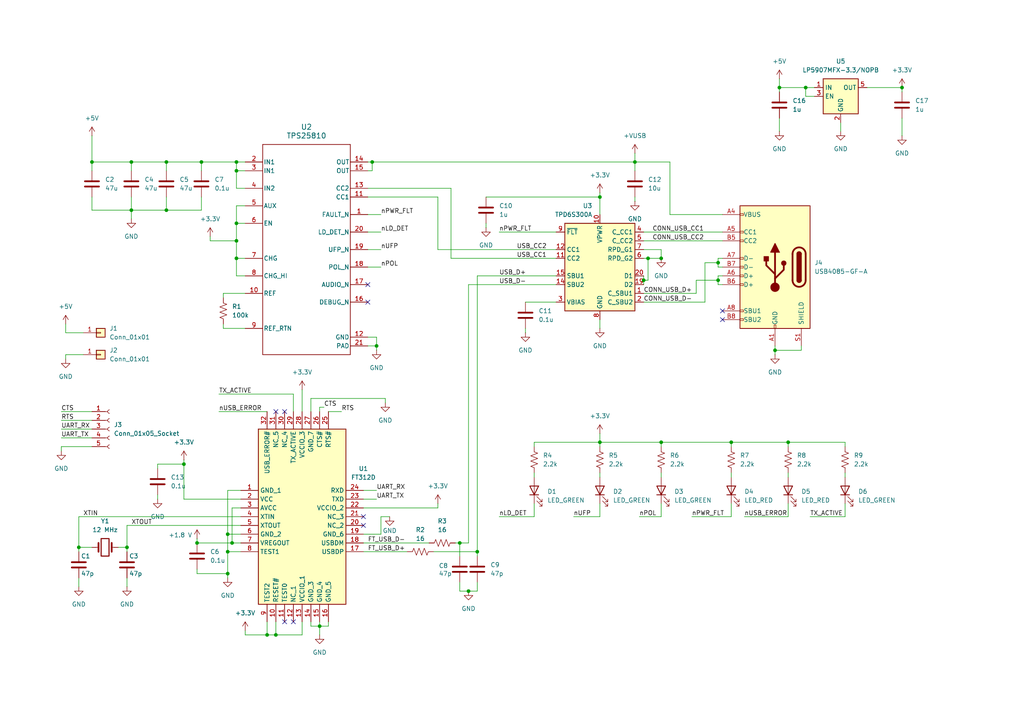
<source format=kicad_sch>
(kicad_sch (version 20231120) (generator "eeschema") (generator_version "8.0")
  (paper "A4")
  (title_block (title "USB-C UART Dock Prototype") (rev "A"))
  (junction (at 66.04 166.37))
  (junction (at 191.77 74.93))
  (junction (at 80.01 184.15))
  (junction (at 208.28 76.2))
  (junction (at 208.28 81.28))
  (junction (at 233.68 25.4))
  (junction (at 22.86 158.75))
  (junction (at 187.96 74.93))
  (junction (at 92.71 181.61))
  (junction (at 53.34 134.62))
  (junction (at 68.58 64.77))
  (junction (at 66.04 154.94))
  (junction (at 184.15 46.99))
  (junction (at 58.42 46.99))
  (junction (at 67.31 157.48))
  (junction (at 38.1 60.96))
  (junction (at 226.06 25.4))
  (junction (at 57.15 157.48))
  (junction (at 68.58 49.53))
  (junction (at 212.09 128.27))
  (junction (at 107.95 46.99))
  (junction (at 66.04 160.02))
  (junction (at 138.43 160.02))
  (junction (at 186.69 81.28))
  (junction (at 133.35 157.48))
  (junction (at 224.79 101.6))
  (junction (at 48.26 60.96))
  (junction (at 38.1 46.99))
  (junction (at 261.62 25.4))
  (junction (at 68.58 69.85))
  (junction (at 228.6 128.27))
  (junction (at 77.47 184.15))
  (junction (at 26.67 46.99))
  (junction (at 173.99 57.15))
  (junction (at 191.77 128.27))
  (junction (at 68.58 46.99))
  (junction (at 109.22 100.33))
  (junction (at 48.26 46.99))
  (junction (at 173.99 128.27))
  (junction (at 68.58 74.93))
  (junction (at 36.83 158.75))
  (junction (at 135.89 171.45))
  (no_connect (at 82.55 119.38))
  (no_connect (at 105.41 149.86))
  (no_connect (at 209.55 90.17))
  (no_connect (at 106.68 87.63))
  (no_connect (at 80.01 119.38))
  (no_connect (at 85.09 180.34))
  (no_connect (at 105.41 152.4))
  (no_connect (at 82.55 180.34))
  (no_connect (at 106.68 82.55))
  (no_connect (at 209.55 92.71))
  (wire (pts (xy 243.84 35.56) (xy 243.84 38.1)))
  (wire (pts (xy 135.89 157.48) (xy 135.89 82.55)))
  (wire (pts (xy 154.94 137.16) (xy 154.94 138.43)))
  (wire (pts (xy 209.55 82.55) (xy 208.28 82.55)))
  (wire (pts (xy 90.17 115.57) (xy 111.76 115.57)))
  (wire (pts (xy 67.31 147.32) (xy 67.31 157.48)))
  (wire (pts (xy 212.09 149.86) (xy 200.66 149.86)))
  (wire (pts (xy 233.68 27.94) (xy 233.68 25.4)))
  (wire (pts (xy 48.26 46.99) (xy 48.26 49.53)))
  (wire (pts (xy 208.28 80.01) (xy 209.55 80.01)))
  (wire (pts (xy 90.17 181.61) (xy 92.71 181.61)))
  (wire (pts (xy 127 72.39) (xy 161.29 72.39)))
  (wire (pts (xy 22.86 158.75) (xy 26.67 158.75)))
  (wire (pts (xy 66.04 166.37) (xy 66.04 167.64)))
  (wire (pts (xy 60.96 68.58) (xy 60.96 69.85)))
  (wire (pts (xy 38.1 60.96) (xy 26.67 60.96)))
  (wire (pts (xy 173.99 55.88) (xy 173.99 57.15)))
  (wire (pts (xy 53.34 144.78) (xy 69.85 144.78)))
  (wire (pts (xy 209.55 77.47) (xy 208.28 77.47)))
  (wire (pts (xy 228.6 128.27) (xy 245.11 128.27)))
  (wire (pts (xy 71.12 182.88) (xy 71.12 184.15)))
  (wire (pts (xy 261.62 34.29) (xy 261.62 39.37)))
  (wire (pts (xy 208.28 76.2) (xy 208.28 77.47)))
  (wire (pts (xy 38.1 46.99) (xy 26.67 46.99)))
  (wire (pts (xy 201.93 81.28) (xy 208.28 81.28)))
  (wire (pts (xy 138.43 80.01) (xy 161.29 80.01)))
  (wire (pts (xy 66.04 142.24) (xy 69.85 142.24)))
  (wire (pts (xy 80.01 184.15) (xy 87.63 184.15)))
  (wire (pts (xy 71.12 85.09) (xy 64.77 85.09)))
  (wire (pts (xy 226.06 22.86) (xy 226.06 25.4)))
  (wire (pts (xy 105.41 147.32) (xy 127 147.32)))
  (wire (pts (xy 106.68 57.15) (xy 127 57.15)))
  (wire (pts (xy 19.05 96.52) (xy 19.05 93.98)))
  (wire (pts (xy 45.72 143.51) (xy 45.72 144.78)))
  (wire (pts (xy 212.09 128.27) (xy 212.09 129.54)))
  (wire (pts (xy 166.37 149.86) (xy 173.99 149.86)))
  (wire (pts (xy 36.83 167.64) (xy 36.83 170.18)))
  (wire (pts (xy 133.35 171.45) (xy 135.89 171.45)))
  (wire (pts (xy 209.55 67.31) (xy 186.69 67.31)))
  (wire (pts (xy 173.99 128.27) (xy 191.77 128.27)))
  (wire (pts (xy 22.86 149.86) (xy 22.86 158.75)))
  (wire (pts (xy 173.99 57.15) (xy 173.99 62.23)))
  (wire (pts (xy 173.99 128.27) (xy 173.99 129.54)))
  (wire (pts (xy 228.6 146.05) (xy 228.6 149.86)))
  (wire (pts (xy 68.58 59.69) (xy 68.58 64.77)))
  (wire (pts (xy 208.28 74.93) (xy 208.28 76.2)))
  (wire (pts (xy 69.85 157.48) (xy 67.31 157.48)))
  (wire (pts (xy 80.01 180.34) (xy 80.01 184.15)))
  (wire (pts (xy 19.05 102.87) (xy 19.05 104.14)))
  (wire (pts (xy 63.5 119.38) (xy 77.47 119.38)))
  (wire (pts (xy 68.58 64.77) (xy 71.12 64.77)))
  (wire (pts (xy 184.15 57.15) (xy 184.15 58.42)))
  (wire (pts (xy 105.41 144.78) (xy 109.22 144.78)))
  (wire (pts (xy 77.47 184.15) (xy 80.01 184.15)))
  (wire (pts (xy 226.06 34.29) (xy 226.06 38.1)))
  (wire (pts (xy 48.26 46.99) (xy 38.1 46.99)))
  (wire (pts (xy 194.31 62.23) (xy 209.55 62.23)))
  (wire (pts (xy 71.12 49.53) (xy 68.58 49.53)))
  (wire (pts (xy 64.77 85.09) (xy 64.77 86.36)))
  (wire (pts (xy 90.17 119.38) (xy 90.17 115.57)))
  (wire (pts (xy 228.6 128.27) (xy 228.6 129.54)))
  (wire (pts (xy 58.42 60.96) (xy 58.42 57.15)))
  (wire (pts (xy 57.15 157.48) (xy 67.31 157.48)))
  (wire (pts (xy 106.68 67.31) (xy 110.49 67.31)))
  (wire (pts (xy 66.04 160.02) (xy 66.04 166.37)))
  (wire (pts (xy 138.43 161.29) (xy 138.43 160.02)))
  (wire (pts (xy 58.42 46.99) (xy 48.26 46.99)))
  (wire (pts (xy 152.4 87.63) (xy 161.29 87.63)))
  (wire (pts (xy 135.89 171.45) (xy 138.43 171.45)))
  (wire (pts (xy 144.78 67.31) (xy 161.29 67.31)))
  (wire (pts (xy 48.26 57.15) (xy 48.26 60.96)))
  (wire (pts (xy 184.15 44.45) (xy 184.15 46.99)))
  (wire (pts (xy 36.83 158.75) (xy 34.29 158.75)))
  (wire (pts (xy 226.06 25.4) (xy 226.06 26.67)))
  (wire (pts (xy 105.41 157.48) (xy 124.46 157.48)))
  (wire (pts (xy 53.34 134.62) (xy 53.34 144.78)))
  (wire (pts (xy 184.15 46.99) (xy 194.31 46.99)))
  (wire (pts (xy 161.29 74.93) (xy 130.81 74.93)))
  (wire (pts (xy 77.47 180.34) (xy 77.47 184.15)))
  (wire (pts (xy 184.15 46.99) (xy 184.15 49.53)))
  (wire (pts (xy 95.25 119.38) (xy 99.06 119.38)))
  (wire (pts (xy 111.76 115.57) (xy 111.76 116.84)))
  (wire (pts (xy 17.78 121.92) (xy 26.67 121.92)))
  (wire (pts (xy 68.58 74.93) (xy 71.12 74.93)))
  (wire (pts (xy 17.78 129.54) (xy 26.67 129.54)))
  (wire (pts (xy 226.06 25.4) (xy 233.68 25.4)))
  (wire (pts (xy 191.77 129.54) (xy 191.77 128.27)))
  (wire (pts (xy 251.46 25.4) (xy 261.62 25.4)))
  (wire (pts (xy 140.97 57.15) (xy 173.99 57.15)))
  (wire (pts (xy 110.49 154.94) (xy 105.41 154.94)))
  (wire (pts (xy 66.04 154.94) (xy 66.04 142.24)))
  (wire (pts (xy 233.68 25.4) (xy 236.22 25.4)))
  (wire (pts (xy 105.41 160.02) (xy 118.11 160.02)))
  (wire (pts (xy 107.95 46.99) (xy 184.15 46.99)))
  (wire (pts (xy 68.58 69.85) (xy 68.58 74.93)))
  (wire (pts (xy 186.69 81.28) (xy 187.96 81.28)))
  (wire (pts (xy 92.71 180.34) (xy 92.71 181.61)))
  (wire (pts (xy 67.31 147.32) (xy 69.85 147.32)))
  (wire (pts (xy 173.99 92.71) (xy 173.99 95.25)))
  (wire (pts (xy 69.85 149.86) (xy 22.86 149.86)))
  (wire (pts (xy 245.11 128.27) (xy 245.11 129.54)))
  (wire (pts (xy 130.81 54.61) (xy 106.68 54.61)))
  (wire (pts (xy 48.26 60.96) (xy 58.42 60.96)))
  (wire (pts (xy 144.78 149.86) (xy 154.94 149.86)))
  (wire (pts (xy 58.42 46.99) (xy 58.42 49.53)))
  (wire (pts (xy 17.78 119.38) (xy 26.67 119.38)))
  (wire (pts (xy 24.13 102.87) (xy 19.05 102.87)))
  (wire (pts (xy 109.22 100.33) (xy 109.22 97.79)))
  (wire (pts (xy 138.43 171.45) (xy 138.43 168.91)))
  (wire (pts (xy 71.12 184.15) (xy 77.47 184.15)))
  (wire (pts (xy 57.15 166.37) (xy 66.04 166.37)))
  (wire (pts (xy 224.79 100.33) (xy 224.79 101.6)))
  (wire (pts (xy 57.15 156.21) (xy 57.15 157.48)))
  (wire (pts (xy 173.99 146.05) (xy 173.99 149.86)))
  (wire (pts (xy 127 146.05) (xy 127 147.32)))
  (wire (pts (xy 245.11 137.16) (xy 245.11 138.43)))
  (wire (pts (xy 208.28 74.93) (xy 209.55 74.93)))
  (wire (pts (xy 140.97 64.77) (xy 140.97 66.04)))
  (wire (pts (xy 191.77 128.27) (xy 212.09 128.27)))
  (wire (pts (xy 64.77 93.98) (xy 64.77 95.25)))
  (wire (pts (xy 212.09 128.27) (xy 228.6 128.27)))
  (wire (pts (xy 68.58 64.77) (xy 68.58 69.85)))
  (wire (pts (xy 208.28 81.28) (xy 208.28 82.55)))
  (wire (pts (xy 187.96 74.93) (xy 187.96 81.28)))
  (wire (pts (xy 232.41 100.33) (xy 232.41 101.6)))
  (wire (pts (xy 38.1 46.99) (xy 38.1 49.53)))
  (wire (pts (xy 185.42 149.86) (xy 191.77 149.86)))
  (wire (pts (xy 154.94 146.05) (xy 154.94 149.86)))
  (wire (pts (xy 187.96 74.93) (xy 191.77 74.93)))
  (wire (pts (xy 24.13 96.52) (xy 19.05 96.52)))
  (wire (pts (xy 191.77 137.16) (xy 191.77 138.43)))
  (wire (pts (xy 68.58 74.93) (xy 68.58 80.01)))
  (wire (pts (xy 228.6 137.16) (xy 228.6 138.43)))
  (wire (pts (xy 38.1 60.96) (xy 48.26 60.96)))
  (wire (pts (xy 68.58 80.01) (xy 71.12 80.01)))
  (wire (pts (xy 69.85 154.94) (xy 66.04 154.94)))
  (wire (pts (xy 63.5 114.3) (xy 85.09 114.3)))
  (wire (pts (xy 245.11 146.05) (xy 245.11 149.86)))
  (wire (pts (xy 53.34 133.35) (xy 53.34 134.62)))
  (wire (pts (xy 38.1 57.15) (xy 38.1 60.96)))
  (wire (pts (xy 186.69 85.09) (xy 201.93 85.09)))
  (wire (pts (xy 85.09 119.38) (xy 85.09 114.3)))
  (wire (pts (xy 87.63 113.03) (xy 87.63 119.38)))
  (wire (pts (xy 133.35 157.48) (xy 133.35 161.29)))
  (wire (pts (xy 90.17 180.34) (xy 90.17 181.61)))
  (wire (pts (xy 17.78 127) (xy 26.67 127)))
  (wire (pts (xy 92.71 181.61) (xy 92.71 184.15)))
  (wire (pts (xy 152.4 95.25) (xy 152.4 96.52)))
  (wire (pts (xy 132.08 157.48) (xy 133.35 157.48)))
  (wire (pts (xy 135.89 82.55) (xy 161.29 82.55)))
  (wire (pts (xy 154.94 129.54) (xy 154.94 128.27)))
  (wire (pts (xy 106.68 100.33) (xy 109.22 100.33)))
  (wire (pts (xy 36.83 152.4) (xy 69.85 152.4)))
  (wire (pts (xy 107.95 49.53) (xy 107.95 46.99)))
  (wire (pts (xy 208.28 80.01) (xy 208.28 81.28)))
  (wire (pts (xy 26.67 46.99) (xy 26.67 49.53)))
  (wire (pts (xy 186.69 72.39) (xy 191.77 72.39)))
  (wire (pts (xy 92.71 118.11) (xy 93.98 118.11)))
  (wire (pts (xy 105.41 142.24) (xy 109.22 142.24)))
  (wire (pts (xy 106.68 62.23) (xy 110.49 62.23)))
  (wire (pts (xy 71.12 46.99) (xy 68.58 46.99)))
  (wire (pts (xy 17.78 129.54) (xy 17.78 130.81)))
  (wire (pts (xy 68.58 46.99) (xy 58.42 46.99)))
  (wire (pts (xy 106.68 46.99) (xy 107.95 46.99)))
  (wire (pts (xy 130.81 74.93) (xy 130.81 54.61)))
  (wire (pts (xy 38.1 60.96) (xy 38.1 63.5)))
  (wire (pts (xy 215.9 149.86) (xy 228.6 149.86)))
  (wire (pts (xy 106.68 49.53) (xy 107.95 49.53)))
  (wire (pts (xy 212.09 146.05) (xy 212.09 149.86)))
  (wire (pts (xy 36.83 158.75) (xy 36.83 152.4)))
  (wire (pts (xy 138.43 80.01) (xy 138.43 160.02)))
  (wire (pts (xy 186.69 80.01) (xy 186.69 81.28)))
  (wire (pts (xy 236.22 27.94) (xy 233.68 27.94)))
  (wire (pts (xy 71.12 59.69) (xy 68.58 59.69)))
  (wire (pts (xy 68.58 49.53) (xy 68.58 54.61)))
  (wire (pts (xy 186.69 81.28) (xy 186.69 82.55)))
  (wire (pts (xy 92.71 119.38) (xy 92.71 118.11)))
  (wire (pts (xy 45.72 134.62) (xy 45.72 135.89)))
  (wire (pts (xy 36.83 158.75) (xy 36.83 160.02)))
  (wire (pts (xy 17.78 124.46) (xy 26.67 124.46)))
  (wire (pts (xy 106.68 72.39) (xy 110.49 72.39)))
  (wire (pts (xy 173.99 137.16) (xy 173.99 138.43)))
  (wire (pts (xy 68.58 46.99) (xy 68.58 49.53)))
  (wire (pts (xy 224.79 101.6) (xy 224.79 102.87)))
  (wire (pts (xy 133.35 168.91) (xy 133.35 171.45)))
  (wire (pts (xy 87.63 184.15) (xy 87.63 180.34)))
  (wire (pts (xy 191.77 74.93) (xy 191.77 72.39)))
  (wire (pts (xy 26.67 39.37) (xy 26.67 46.99)))
  (wire (pts (xy 95.25 180.34) (xy 95.25 181.61)))
  (wire (pts (xy 92.71 181.61) (xy 95.25 181.61)))
  (wire (pts (xy 234.95 149.86) (xy 245.11 149.86)))
  (wire (pts (xy 53.34 134.62) (xy 45.72 134.62)))
  (wire (pts (xy 173.99 125.73) (xy 173.99 128.27)))
  (wire (pts (xy 68.58 54.61) (xy 71.12 54.61)))
  (wire (pts (xy 22.86 167.64) (xy 22.86 170.18)))
  (wire (pts (xy 26.67 57.15) (xy 26.67 60.96)))
  (wire (pts (xy 66.04 154.94) (xy 66.04 160.02)))
  (wire (pts (xy 125.73 160.02) (xy 138.43 160.02)))
  (wire (pts (xy 212.09 137.16) (xy 212.09 138.43)))
  (wire (pts (xy 186.69 87.63) (xy 204.47 87.63)))
  (wire (pts (xy 110.49 149.86) (xy 110.49 154.94)))
  (wire (pts (xy 64.77 95.25) (xy 71.12 95.25)))
  (wire (pts (xy 109.22 101.6) (xy 109.22 100.33)))
  (wire (pts (xy 69.85 160.02) (xy 66.04 160.02)))
  (wire (pts (xy 60.96 69.85) (xy 68.58 69.85)))
  (wire (pts (xy 22.86 158.75) (xy 22.86 160.02)))
  (wire (pts (xy 201.93 85.09) (xy 201.93 81.28)))
  (wire (pts (xy 127 57.15) (xy 127 72.39)))
  (wire (pts (xy 194.31 46.99) (xy 194.31 62.23)))
  (wire (pts (xy 57.15 165.1) (xy 57.15 166.37)))
  (wire (pts (xy 154.94 128.27) (xy 173.99 128.27)))
  (wire (pts (xy 110.49 149.86) (xy 113.03 149.86)))
  (wire (pts (xy 133.35 157.48) (xy 135.89 157.48)))
  (wire (pts (xy 204.47 76.2) (xy 204.47 87.63)))
  (wire (pts (xy 204.47 76.2) (xy 208.28 76.2)))
  (wire (pts (xy 106.68 77.47) (xy 110.49 77.47)))
  (wire (pts (xy 186.69 74.93) (xy 187.96 74.93)))
  (wire (pts (xy 191.77 146.05) (xy 191.77 149.86)))
  (wire (pts (xy 224.79 101.6) (xy 232.41 101.6)))
  (wire (pts (xy 209.55 69.85) (xy 186.69 69.85)))
  (wire (pts (xy 261.62 25.4) (xy 261.62 26.67)))
  (wire (pts (xy 109.22 97.79) (xy 106.68 97.79)))
  (label "UART_RX" (at 17.78 124.46 0))
  (label "TX_ACTIVE" (at 63.5 114.3 0))
  (label "nUFP" (at 110.49 72.39 0))
  (label "nUSB_ERROR" (at 215.9 149.86 0))
  (label "nPOL" (at 185.42 149.86 0))
  (label "nLD_DET" (at 144.78 149.86 0))
  (label "CTS" (at 93.98 118.11 0))
  (label "TX_ACTIVE" (at 234.95 149.86 0))
  (label "nLD_DET" (at 110.49 67.31 0))
  (label "UART_RX" (at 109.22 142.24 0))
  (label "nPWR_FLT" (at 200.66 149.86 0))
  (label "nPWR_FLT" (at 144.78 67.31 0))
  (label "UART_TX" (at 17.78 127 0))
  (label "USB_CC1" (at 149.86 74.93 0))
  (label "nPOL" (at 110.49 77.47 0))
  (label "nPWR_FLT" (at 110.49 62.23 0))
  (label "nUSB_ERROR" (at 63.5 119.38 0))
  (label "RTS" (at 99.06 119.38 0))
  (label "USB_D-" (at 144.78 82.55 0))
  (label "nUFP" (at 166.37 149.86 0))
  (label "FT_USB_D+" (at 106.68 160.02 0))
  (label "CONN_USB_CC2" (at 189.23 69.85 0))
  (label "CONN_USB_D+" (at 186.69 85.09 0))
  (label "CONN_USB_D-" (at 186.69 87.63 0))
  (label "UART_TX" (at 109.22 144.78 0))
  (label "RTS" (at 17.78 121.92 0))
  (label "USB_CC2" (at 149.86 72.39 0))
  (label "CONN_USB_CC1" (at 189.23 67.31 0))
  (label "USB_D+" (at 144.78 80.01 0))
  (label "XTIN" (at 24.13 149.86 0))
  (label "CTS" (at 17.78 119.38 0))
  (label "FT_USB_D-" (at 106.68 157.48 0))
  (label "XTOUT" (at 38.1 152.4 0))
  (symbol (lib_id "PROVE:TPD6S300A") (at 173.99 77.47 0) (mirror y) (unit 1) (exclude_from_sim yes)
    (property "Reference" "U3" (at 171.7959 59.69 0) (effects (justify left)))
    (property "Value" "TPD6S300A" (at 171.7959 62.23 0) (effects (justify left)))
    (property "Footprint" "Package_DFN_QFN:WQFN-20-1EP_3x3mm_P0.4mm_EP1.7x1.7mm_ThermalVias" (effects (hide yes)))
    (property "Datasheet" "http://138.2.231.237:8080/en/part/6/info" (effects (hide yes)))
    (property "Description" "TPD6S300A USB TYPEC PROTECTOR" (effects (hide yes)))
    (property "Category" "IC/USB" (effects (hide yes)))
    (property "MPN" "TPD6S300ARUKR" (effects (hide yes)))
    (property "Manufacturer" "Texas Instruments" (effects (hide yes)))
    (property "Part-DB Footprint" "WQFN-20-3x3mm" (effects (hide yes)))
    (property "Part-DB ID" "6" (effects (hide yes)))
  )
  (symbol (lib_id "power:GND") (at 173.99 95.25 0) (mirror y) (unit 1)
    (property "Reference" "#PWR22" (effects (hide yes)))
    (property "Value" "GND" (at 173.99 100.33 0))
    (property "Description" "Power symbol creates a global label with name \"GND\" , ground" (effects (hide yes)))
  )
  (symbol (lib_id "PROVE:885012208013") (at 140.97 60.96 0) (unit 1) (exclude_from_sim yes)
    (property "Reference" "C10" (at 144.78 59.6899 0) (effects (justify left)))
    (property "Value" "1u" (at 144.78 62.2299 0) (effects (justify left)))
    (property "Footprint" "Capacitor_SMD:C_1206_3216Metric_Pad1.33x1.80mm_HandSolder" (effects (hide yes)))
    (property "Datasheet" "http://138.2.231.237:8080/en/part/12/info" (effects (hide yes)))
    (property "Description" "CAP CER 1UF 10V X7R 1206" (effects (hide yes)))
    (property "Category" "Capacitor" (effects (hide yes)))
    (property "MPN" "885012208013" (effects (hide yes)))
    (property "Manufacturer" "Wurth Elektronik" (effects (hide yes)))
    (property "Part-DB Footprint" "1206" (effects (hide yes)))
    (property "Part-DB ID" "12" (effects (hide yes)))
  )
  (symbol (lib_id "power:+3.3V") (at 261.62 25.4 0) (unit 1)
    (property "Reference" "#PWR36" (effects (hide yes)))
    (property "Value" "+3.3V" (at 261.62 20.32 0))
    (property "Description" "Power symbol creates a global label with name \"+3.3V\"" (effects (hide yes)))
  )
  (symbol (lib_id "PROVE:150080RS75000") (at 228.6 142.24 90) (unit 1) (exclude_from_sim yes)
    (property "Reference" "D5" (at 232.41 142.5574 90) (effects (justify right)))
    (property "Value" "LED_RED" (at 232.41 145.0974 90) (effects (justify right)))
    (property "Footprint" "LED_SMD:LED_0805_2012Metric_Pad1.15x1.40mm_HandSolder" (effects (hide yes)))
    (property "Datasheet" "http://138.2.231.237:8080/en/part/17/info" (effects (hide yes)))
    (property "Description" "LED RED CLEAR 0805 SMD" (effects (hide yes)))
    (property "Category" "LED" (effects (hide yes)))
    (property "MPN" "150080RS75000" (effects (hide yes)))
    (property "Manufacturer" "Wurth Elektronik" (effects (hide yes)))
    (property "Part-DB Footprint" "0805" (effects (hide yes)))
    (property "Part-DB ID" "17" (effects (hide yes)))
  )
  (symbol (lib_id "power:GND") (at 92.71 184.15 0) (unit 1)
    (property "Reference" "#PWR13" (effects (hide yes)))
    (property "Value" "GND" (at 92.71 189.23 0))
    (property "Description" "Power symbol creates a global label with name \"GND\" , ground" (effects (hide yes)))
  )
  (symbol (lib_id "power:GND") (at 109.22 101.6 0) (unit 1)
    (property "Reference" "#PWR14" (effects (hide yes)))
    (property "Value" "GND" (at 109.22 106.68 0))
    (property "Description" "Power symbol creates a global label with name \"GND\" , ground" (effects (hide yes)))
  )
  (symbol (lib_id "PROVE:GRM188R72A104KA35D") (at 152.4 91.44 0) (unit 1) (exclude_from_sim yes)
    (property "Reference" "C11" (at 156.21 90.1699 0) (effects (justify left)))
    (property "Value" "0.1u" (at 156.21 92.7099 0) (effects (justify left)))
    (property "Footprint" "Capacitor_SMD:C_0603_1608Metric_Pad1.08x0.95mm_HandSolder" (effects (hide yes)))
    (property "Datasheet" "http://138.2.231.237:8080/en/part/7/info" (effects (hide yes)))
    (property "Description" "CAP CER 0.1UF 50V X7R 0603" (effects (hide yes)))
    (property "Category" "Capacitor" (effects (hide yes)))
    (property "MPN" "GRM188R71H104KA93D" (effects (hide yes)))
    (property "Manufacturer" "Murata" (effects (hide yes)))
    (property "Part-DB Footprint" "0603" (effects (hide yes)))
    (property "Part-DB ID" "7" (effects (hide yes)))
  )
  (symbol (lib_id "power:GND") (at 111.76 116.84 0) (unit 1)
    (property "Reference" "#PWR15" (effects (hide yes)))
    (property "Value" "GND" (at 111.76 121.92 0))
    (property "Description" "Power symbol creates a global label with name \"GND\" , ground" (effects (hide yes)))
  )
  (symbol (lib_id "power:GND") (at 38.1 63.5 0) (unit 1)
    (property "Reference" "#PWR7" (effects (hide yes)))
    (property "Value" "GND" (at 38.1 68.58 0))
    (property "Description" "Power symbol creates a global label with name \"GND\" , ground" (effects (hide yes)))
  )
  (symbol (lib_id "PROVE:GRM188R72A104KA35D") (at 57.15 161.29 0) (unit 1) (exclude_from_sim yes)
    (property "Reference" "C6" (at 60.96 160.0199 0) (effects (justify left)))
    (property "Value" "0.1u" (at 60.96 162.5599 0) (effects (justify left)))
    (property "Footprint" "Capacitor_SMD:C_0603_1608Metric_Pad1.08x0.95mm_HandSolder" (effects (hide yes)))
    (property "Datasheet" "http://138.2.231.237:8080/en/part/7/info" (effects (hide yes)))
    (property "Description" "CAP CER 0.1UF 50V X7R 0603" (effects (hide yes)))
    (property "Category" "Capacitor" (effects (hide yes)))
    (property "MPN" "GRM188R71H104KA93D" (effects (hide yes)))
    (property "Manufacturer" "Murata" (effects (hide yes)))
    (property "Part-DB Footprint" "0603" (effects (hide yes)))
    (property "Part-DB ID" "7" (effects (hide yes)))
  )
  (symbol (lib_id "PROVE:150080RS75000") (at 212.09 142.24 90) (unit 1) (exclude_from_sim yes)
    (property "Reference" "D4" (at 215.9 142.5574 90) (effects (justify right)))
    (property "Value" "LED_RED" (at 215.9 145.0974 90) (effects (justify right)))
    (property "Footprint" "LED_SMD:LED_0805_2012Metric_Pad1.15x1.40mm_HandSolder" (effects (hide yes)))
    (property "Datasheet" "http://138.2.231.237:8080/en/part/17/info" (effects (hide yes)))
    (property "Description" "LED RED CLEAR 0805 SMD" (effects (hide yes)))
    (property "Category" "LED" (effects (hide yes)))
    (property "MPN" "150080RS75000" (effects (hide yes)))
    (property "Manufacturer" "Wurth Elektronik" (effects (hide yes)))
    (property "Part-DB Footprint" "0805" (effects (hide yes)))
    (property "Part-DB ID" "17" (effects (hide yes)))
  )
  (symbol (lib_id "PROVE:885012008003") (at 138.43 165.1 0) (unit 1) (exclude_from_sim yes)
    (property "Reference" "C9" (at 142.24 163.8299 0) (effects (justify left)))
    (property "Value" "47p" (at 142.24 166.3699 0) (effects (justify left)))
    (property "Footprint" "Capacitor_SMD:C_1206_3216Metric_Pad1.33x1.80mm_HandSolder" (effects (hide yes)))
    (property "Datasheet" "http://138.2.231.237:8080/en/part/10/info" (effects (hide yes)))
    (property "Description" "CAP CER 47PF 10V C0G/NP0 1206" (effects (hide yes)))
    (property "Category" "Capacitor" (effects (hide yes)))
    (property "MPN" "885012008003" (effects (hide yes)))
    (property "Manufacturer" "Wurth Elektronik" (effects (hide yes)))
    (property "Part-DB Footprint" "1206" (effects (hide yes)))
    (property "Part-DB ID" "10" (effects (hide yes)))
  )
  (symbol (lib_id "Connector:Conn_01x05_Socket") (at 31.75 124.46 0) (unit 1) (in_bom no)
    (property "Reference" "J3" (at 33.02 123.1899 0) (effects (justify left)))
    (property "Value" "Conn_01x05_Socket" (at 33.02 125.7299 0) (effects (justify left)))
    (property "Footprint" "Connector_PinSocket_2.54mm:PinSocket_1x05_P2.54mm_Vertical" (effects (hide yes)))
    (property "Description" "Generic connector, single row, 01x05, script generated" (effects (hide yes)))
  )
  (symbol (lib_id "PROVE:885012208013") (at 226.06 30.48 0) (unit 1) (exclude_from_sim yes)
    (property "Reference" "C16" (at 229.87 29.2099 0) (effects (justify left)))
    (property "Value" "1u" (at 229.87 31.7499 0) (effects (justify left)))
    (property "Footprint" "Capacitor_SMD:C_1206_3216Metric_Pad1.33x1.80mm_HandSolder" (effects (hide yes)))
    (property "Datasheet" "http://138.2.231.237:8080/en/part/12/info" (effects (hide yes)))
    (property "Description" "CAP CER 1UF 10V X7R 1206" (effects (hide yes)))
    (property "Category" "Capacitor" (effects (hide yes)))
    (property "MPN" "885012208013" (effects (hide yes)))
    (property "Manufacturer" "Wurth Elektronik" (effects (hide yes)))
    (property "Part-DB Footprint" "1206" (effects (hide yes)))
    (property "Part-DB ID" "12" (effects (hide yes)))
  )
  (symbol (lib_id "PROVE:CL31A106KPHNNNE") (at 184.15 53.34 0) (unit 1) (exclude_from_sim yes)
    (property "Reference" "C12" (at 187.96 52.0699 0) (effects (justify left)))
    (property "Value" "10u" (at 187.96 54.6099 0) (effects (justify left)))
    (property "Footprint" "Capacitor_SMD:C_1206_3216Metric_Pad1.33x1.80mm_HandSolder" (effects (hide yes)))
    (property "Datasheet" "http://138.2.231.237:8080/en/part/11/info" (effects (hide yes)))
    (property "Description" "CAP CER 10UF 10V X5R 1206" (effects (hide yes)))
    (property "Category" "Capacitor" (effects (hide yes)))
    (property "MPN" "CL31A106KPHNNNE" (effects (hide yes)))
    (property "Manufacturer" "Samsung" (effects (hide yes)))
    (property "Part-DB Footprint" "1206" (effects (hide yes)))
    (property "Part-DB ID" "11" (effects (hide yes)))
  )
  (symbol (lib_id "power:GND") (at 22.86 170.18 0) (unit 1)
    (property "Reference" "#PWR4" (effects (hide yes)))
    (property "Value" "GND" (at 22.86 175.26 0))
    (property "Description" "Power symbol creates a global label with name \"GND\" , ground" (effects (hide yes)))
  )
  (symbol (lib_id "power:GND") (at 140.97 66.04 0) (mirror y) (unit 1)
    (property "Reference" "#PWR19" (effects (hide yes)))
    (property "Value" "GND" (at 140.97 71.12 0))
    (property "Description" "Power symbol creates a global label with name \"GND\" , ground" (effects (hide yes)))
  )
  (symbol (lib_id "power:GND") (at 152.4 96.52 0) (mirror y) (unit 1)
    (property "Reference" "#PWR20" (effects (hide yes)))
    (property "Value" "GND" (at 152.4 101.6 0))
    (property "Description" "Power symbol creates a global label with name \"GND\" , ground" (effects (hide yes)))
  )
  (symbol (lib_id "PROVE:RC1206FR-0716RL") (at 128.27 157.48 90) (unit 1) (exclude_from_sim yes)
    (property "Reference" "R3" (at 128.27 151.13 90))
    (property "Value" "16" (at 128.27 153.67 90))
    (property "Footprint" "Resistor_SMD:R_1206_3216Metric_Pad1.30x1.75mm_HandSolder" (effects (hide yes)))
    (property "Datasheet" "http://138.2.231.237:8080/en/part/23/info" (effects (hide yes)))
    (property "Description" "RES 16 OHM 1% 1/4W 1206" (effects (hide yes)))
    (property "Category" "Resistor" (effects (hide yes)))
    (property "MPN" "RC1206FR-0716RL" (effects (hide yes)))
    (property "Manufacturer" "Yageo" (effects (hide yes)))
    (property "Part-DB Footprint" "1206" (effects (hide yes)))
    (property "Part-DB ID" "23" (effects (hide yes)))
  )
  (symbol (lib_id "power:+3.3V") (at 173.99 55.88 0) (unit 1)
    (property "Reference" "#PWR21" (effects (hide yes)))
    (property "Value" "+3.3V" (at 173.99 50.8 0))
    (property "Description" "Power symbol creates a global label with name \"+3.3V\"" (effects (hide yes)))
  )
  (symbol (lib_id "power:GND") (at 36.83 170.18 0) (unit 1)
    (property "Reference" "#PWR6" (effects (hide yes)))
    (property "Value" "GND" (at 36.83 175.26 0))
    (property "Description" "Power symbol creates a global label with name \"GND\" , ground" (effects (hide yes)))
  )
  (symbol (lib_id "PROVE:RC1206FR-07100KL") (at 64.77 90.17 0) (unit 1) (exclude_from_sim yes)
    (property "Reference" "R1" (at 67.31 88.8999 0) (effects (justify left)))
    (property "Value" "100k" (at 67.31 91.4399 0) (effects (justify left)))
    (property "Footprint" "Resistor_SMD:R_1206_3216Metric_Pad1.30x1.75mm_HandSolder" (effects (hide yes)))
    (property "Datasheet" "http://138.2.231.237:8080/en/part/13/info" (effects (hide yes)))
    (property "Description" "RES 100K OHM 1% 1/4W 1206" (effects (hide yes)))
    (property "Category" "Resistor" (effects (hide yes)))
    (property "MPN" "RC1206FR-07100KL" (effects (hide yes)))
    (property "Manufacturer" "Yageo" (effects (hide yes)))
    (property "Part-DB Footprint" "1206" (effects (hide yes)))
    (property "Part-DB ID" "13" (effects (hide yes)))
  )
  (symbol (lib_id "power:GND") (at 261.62 39.37 0) (unit 1)
    (property "Reference" "#PWR37" (effects (hide yes)))
    (property "Value" "GND" (at 261.62 44.45 0))
    (property "Description" "Power symbol creates a global label with name \"GND\" , ground" (effects (hide yes)))
  )
  (symbol (lib_id "PROVE:150080GS75000") (at 154.94 142.24 90) (unit 1) (exclude_from_sim yes)
    (property "Reference" "D1" (at 158.75 142.5574 90) (effects (justify right)))
    (property "Value" "LED_GREEN" (at 158.75 145.0974 90) (effects (justify right)))
    (property "Footprint" "LED_SMD:LED_0805_2012Metric_Pad1.15x1.40mm_HandSolder" (effects (hide yes)))
    (property "Datasheet" "http://138.2.231.237:8080/en/part/16/info" (effects (hide yes)))
    (property "Description" "LED GREEN CLEAR 0805 SMD" (effects (hide yes)))
    (property "Category" "LED" (effects (hide yes)))
    (property "MPN" "150080GS75000" (effects (hide yes)))
    (property "Manufacturer" "Wurth Elektronik" (effects (hide yes)))
    (property "Part-DB Footprint" "0805" (effects (hide yes)))
    (property "Part-DB ID" "16" (effects (hide yes)))
  )
  (symbol (lib_id "PROVE:150080GS75000") (at 191.77 142.24 90) (unit 1) (exclude_from_sim yes)
    (property "Reference" "D3" (at 195.58 142.5574 90) (effects (justify right)))
    (property "Value" "LED_GREEN" (at 195.58 145.0974 90) (effects (justify right)))
    (property "Footprint" "LED_SMD:LED_0805_2012Metric_Pad1.15x1.40mm_HandSolder" (effects (hide yes)))
    (property "Datasheet" "http://138.2.231.237:8080/en/part/16/info" (effects (hide yes)))
    (property "Description" "LED GREEN CLEAR 0805 SMD" (effects (hide yes)))
    (property "Category" "LED" (effects (hide yes)))
    (property "MPN" "150080GS75000" (effects (hide yes)))
    (property "Manufacturer" "Wurth Elektronik" (effects (hide yes)))
    (property "Part-DB Footprint" "0805" (effects (hide yes)))
    (property "Part-DB ID" "16" (effects (hide yes)))
  )
  (symbol (lib_id "PROVE:J49SML-F-G-G-K-12M0") (at 30.48 158.75 0) (unit 1) (exclude_from_sim yes)
    (property "Reference" "Y1" (at 30.48 151.13 0))
    (property "Value" "12 MHz" (at 30.48 153.67 0))
    (property "Footprint" "Crystal:Crystal_SMD_HC49-SD" (effects (hide yes)))
    (property "Datasheet" "http://138.2.231.237:8080/en/part/8/info" (effects (hide yes)))
    (property "Description" "CRYSTAL 12.0000MHZ 18PF SMD" (effects (hide yes)))
    (property "Category" "Crystal" (effects (hide yes)))
    (property "MPN" "J49SML-F-G-G-K-12M0" (effects (hide yes)))
    (property "Manufacturer" "Jauch Quartz" (effects (hide yes)))
    (property "Part-DB Footprint" "HC49-US" (effects (hide yes)))
    (property "Part-DB ID" "8" (effects (hide yes)))
  )
  (symbol (lib_id "power:+1V8") (at 57.15 156.21 0) (unit 1)
    (property "Reference" "#PWR28" (effects (hide yes)))
    (property "Value" "+1.8 V" (at 52.324 155.194 0))
    (property "Description" "Power symbol creates a global label with name \"+1V8\"" (effects (hide yes)))
  )
  (symbol (lib_id "PROVE:150080GS75000") (at 245.11 142.24 90) (unit 1) (exclude_from_sim yes)
    (property "Reference" "D6" (at 248.92 142.5574 90) (effects (justify right)))
    (property "Value" "LED_GREEN" (at 248.92 145.0974 90) (effects (justify right)))
    (property "Footprint" "LED_SMD:LED_0805_2012Metric_Pad1.15x1.40mm_HandSolder" (effects (hide yes)))
    (property "Datasheet" "http://138.2.231.237:8080/en/part/16/info" (effects (hide yes)))
    (property "Description" "LED GREEN CLEAR 0805 SMD" (effects (hide yes)))
    (property "Category" "LED" (effects (hide yes)))
    (property "MPN" "150080GS75000" (effects (hide yes)))
    (property "Manufacturer" "Wurth Elektronik" (effects (hide yes)))
    (property "Part-DB Footprint" "0805" (effects (hide yes)))
    (property "Part-DB ID" "16" (effects (hide yes)))
  )
  (symbol (lib_id "PROVE:RMCF1206JT2K20") (at 173.99 133.35 0) (unit 1) (exclude_from_sim yes)
    (property "Reference" "R5" (at 176.53 132.0799 0) (effects (justify left)))
    (property "Value" "2.2k" (at 176.53 134.6199 0) (effects (justify left)))
    (property "Footprint" "Resistor_SMD:R_1206_3216Metric_Pad1.30x1.75mm_HandSolder" (effects (hide yes)))
    (property "Datasheet" "http://138.2.231.237:8080/en/part/18/info" (effects (hide yes)))
    (property "Description" "RES 2.2K OHM 5% 1/4W 1206" (effects (hide yes)))
    (property "Category" "Resistor" (effects (hide yes)))
    (property "MPN" "RMCF1206JT2K20" (effects (hide yes)))
    (property "Manufacturer" "Stackpole Electronics" (effects (hide yes)))
    (property "Part-DB Footprint" "1206" (effects (hide yes)))
    (property "Part-DB ID" "18" (effects (hide yes)))
  )
  (symbol (lib_id "power:GND") (at 243.84 38.1 0) (unit 1)
    (property "Reference" "#PWR33" (effects (hide yes)))
    (property "Value" "GND" (at 243.84 43.18 0))
    (property "Description" "Power symbol creates a global label with name \"GND\" , ground" (effects (hide yes)))
  )
  (symbol (lib_id "power:GND") (at 45.72 144.78 0) (unit 1)
    (property "Reference" "#PWR27" (effects (hide yes)))
    (property "Value" "GND" (at 45.72 149.86 0))
    (property "Description" "Power symbol creates a global label with name \"GND\" , ground" (effects (hide yes)))
  )
  (symbol (lib_id "PROVE:RMCF1206JT2K20") (at 228.6 133.35 0) (unit 1) (exclude_from_sim yes)
    (property "Reference" "R8" (at 231.14 132.0799 0) (effects (justify left)))
    (property "Value" "2.2k" (at 231.14 134.6199 0) (effects (justify left)))
    (property "Footprint" "Resistor_SMD:R_1206_3216Metric_Pad1.30x1.75mm_HandSolder" (effects (hide yes)))
    (property "Datasheet" "http://138.2.231.237:8080/en/part/18/info" (effects (hide yes)))
    (property "Description" "RES 2.2K OHM 5% 1/4W 1206" (effects (hide yes)))
    (property "Category" "Resistor" (effects (hide yes)))
    (property "MPN" "RMCF1206JT2K20" (effects (hide yes)))
    (property "Manufacturer" "Stackpole Electronics" (effects (hide yes)))
    (property "Part-DB Footprint" "1206" (effects (hide yes)))
    (property "Part-DB ID" "18" (effects (hide yes)))
  )
  (symbol (lib_id "PROVE:USB4085-GF-A") (at 224.79 77.47 0) (mirror y) (unit 1) (exclude_from_sim yes)
    (property "Reference" "J4" (at 236.22 76.1999 0) (effects (justify right)))
    (property "Value" "USB4085-GF-A" (at 236.22 78.7399 0) (effects (justify right)))
    (property "Footprint" "Connector_USB:USB_C_Receptacle_GCT_USB4085" (effects (hide yes)))
    (property "Datasheet" "http://138.2.231.237:8080/en/part/21/info" (effects (hide yes)))
    (property "Description" "CONN RCPT USB2.0 TYPE C 16+8POS" (effects (hide yes)))
    (property "Category" "Connector" (effects (hide yes)))
    (property "MPN" "USB4085-GF-A" (effects (hide yes)))
    (property "Manufacturer" "GCT" (effects (hide yes)))
    (property "Part-DB Footprint" "USB-C-Receptacle-GCT-USB4085" (effects (hide yes)))
    (property "Part-DB ID" "21" (effects (hide yes)))
  )
  (symbol (lib_id "power:+3.3V") (at 71.12 182.88 0) (unit 1)
    (property "Reference" "#PWR11" (effects (hide yes)))
    (property "Value" "+3.3V" (at 71.12 177.8 0))
    (property "Description" "Power symbol creates a global label with name \"+3.3V\"" (effects (hide yes)))
  )
  (symbol (lib_id "power:GND") (at 17.78 130.81 0) (unit 1)
    (property "Reference" "#PWR1" (effects (hide yes)))
    (property "Value" "GND" (at 17.78 135.89 0))
    (property "Description" "Power symbol creates a global label with name \"GND\" , ground" (effects (hide yes)))
  )
  (symbol (lib_id "Connector_Generic:Conn_01x01") (at 29.21 96.52 0) (unit 1) (in_bom no)
    (property "Reference" "J1" (at 31.75 95.2499 0) (effects (justify left)))
    (property "Value" "Conn_01x01" (at 31.75 97.7899 0) (effects (justify left)))
    (property "Footprint" "Connector:Banana_Jack_1Pin" (effects (hide yes)))
    (property "Description" "Generic connector, single row, 01x01, script generated (kicad-library-utils/schlib/autogen/connector/)" (effects (hide yes)))
  )
  (symbol (lib_id "PROVE:885012008003") (at 36.83 163.83 0) (unit 1) (exclude_from_sim yes)
    (property "Reference" "C3" (at 37.465 161.29 0) (effects (justify left)))
    (property "Value" "47p" (at 37.465 166.37 0) (effects (justify left)))
    (property "Footprint" "Capacitor_SMD:C_1206_3216Metric_Pad1.33x1.80mm_HandSolder" (effects (hide yes)))
    (property "Datasheet" "http://138.2.231.237:8080/en/part/10/info" (effects (hide yes)))
    (property "Description" "CAP CER 47PF 10V C0G/NP0 1206" (effects (hide yes)))
    (property "Category" "Capacitor" (effects (hide yes)))
    (property "MPN" "885012008003" (effects (hide yes)))
    (property "Manufacturer" "Wurth Elektronik" (effects (hide yes)))
    (property "Part-DB Footprint" "1206" (effects (hide yes)))
    (property "Part-DB ID" "10" (effects (hide yes)))
  )
  (symbol (lib_id "PROVE:GRM188R72A104KA35D") (at 58.42 53.34 0) (unit 1) (exclude_from_sim yes)
    (property "Reference" "C7" (at 62.23 52.0699 0) (effects (justify left)))
    (property "Value" "0.1u" (at 62.23 54.6099 0) (effects (justify left)))
    (property "Footprint" "Capacitor_SMD:C_0603_1608Metric_Pad1.08x0.95mm_HandSolder" (effects (hide yes)))
    (property "Datasheet" "http://138.2.231.237:8080/en/part/7/info" (effects (hide yes)))
    (property "Description" "CAP CER 0.1UF 50V X7R 0603" (effects (hide yes)))
    (property "Category" "Capacitor" (effects (hide yes)))
    (property "MPN" "GRM188R71H104KA93D" (effects (hide yes)))
    (property "Manufacturer" "Murata" (effects (hide yes)))
    (property "Part-DB Footprint" "0603" (effects (hide yes)))
    (property "Part-DB ID" "7" (effects (hide yes)))
  )
  (symbol (lib_id "power:GND") (at 19.05 104.14 0) (unit 1)
    (property "Reference" "#PWR3" (effects (hide yes)))
    (property "Value" "GND" (at 19.05 109.22 0))
    (property "Description" "Power symbol creates a global label with name \"GND\" , ground" (effects (hide yes)))
  )
  (symbol (lib_id "power:+5V") (at 184.15 44.45 0) (unit 1)
    (property "Reference" "#PWR29" (effects (hide yes)))
    (property "Value" "+VUSB" (at 184.15 39.37 0))
    (property "Description" "Power symbol creates a global label with name \"+5V\"" (effects (hide yes)))
  )
  (symbol (lib_id "power:GND") (at 184.15 58.42 0) (unit 1)
    (property "Reference" "#PWR24" (effects (hide yes)))
    (property "Value" "GND" (at 184.15 63.5 0))
    (property "Description" "Power symbol creates a global label with name \"GND\" , ground" (effects (hide yes)))
  )
  (symbol (lib_id "PROVE:885012008003") (at 133.35 165.1 0) (unit 1) (exclude_from_sim yes)
    (property "Reference" "C8" (at 127.254 164.084 0) (effects (justify left)))
    (property "Value" "47p" (at 127.254 166.37 0) (effects (justify left)))
    (property "Footprint" "Capacitor_SMD:C_1206_3216Metric_Pad1.33x1.80mm_HandSolder" (effects (hide yes)))
    (property "Datasheet" "http://138.2.231.237:8080/en/part/10/info" (effects (hide yes)))
    (property "Description" "CAP CER 47PF 10V C0G/NP0 1206" (effects (hide yes)))
    (property "Category" "Capacitor" (effects (hide yes)))
    (property "MPN" "885012008003" (effects (hide yes)))
    (property "Manufacturer" "Wurth Elektronik" (effects (hide yes)))
    (property "Part-DB Footprint" "1206" (effects (hide yes)))
    (property "Part-DB ID" "10" (effects (hide yes)))
  )
  (symbol (lib_id "PROVE:150080GS75000") (at 173.99 142.24 90) (unit 1) (exclude_from_sim yes)
    (property "Reference" "D2" (at 177.8 142.5574 90) (effects (justify right)))
    (property "Value" "LED_GREEN" (at 177.8 145.0974 90) (effects (justify right)))
    (property "Footprint" "LED_SMD:LED_0805_2012Metric_Pad1.15x1.40mm_HandSolder" (effects (hide yes)))
    (property "Datasheet" "http://138.2.231.237:8080/en/part/16/info" (effects (hide yes)))
    (property "Description" "LED GREEN CLEAR 0805 SMD" (effects (hide yes)))
    (property "Category" "LED" (effects (hide yes)))
    (property "MPN" "150080GS75000" (effects (hide yes)))
    (property "Manufacturer" "Wurth Elektronik" (effects (hide yes)))
    (property "Part-DB Footprint" "0805" (effects (hide yes)))
    (property "Part-DB ID" "16" (effects (hide yes)))
  )
  (symbol (lib_id "PROVE:GRM188R72A104KA35D") (at 45.72 139.7 0) (unit 1) (exclude_from_sim yes)
    (property "Reference" "C13" (at 49.53 138.4299 0) (effects (justify left)))
    (property "Value" "0.1u" (at 49.53 140.9699 0) (effects (justify left)))
    (property "Footprint" "Capacitor_SMD:C_0603_1608Metric_Pad1.08x0.95mm_HandSolder" (effects (hide yes)))
    (property "Datasheet" "http://138.2.231.237:8080/en/part/7/info" (effects (hide yes)))
    (property "Description" "CAP CER 0.1UF 50V X7R 0603" (effects (hide yes)))
    (property "Category" "Capacitor" (effects (hide yes)))
    (property "MPN" "GRM188R71H104KA93D" (effects (hide yes)))
    (property "Manufacturer" "Murata" (effects (hide yes)))
    (property "Part-DB Footprint" "0603" (effects (hide yes)))
    (property "Part-DB ID" "7" (effects (hide yes)))
  )
  (symbol (lib_id "PROVE:FT312D") (at 69.85 142.24 0) (unit 1) (exclude_from_sim yes)
    (property "Reference" "U1" (at 105.41 135.9214 0))
    (property "Value" "FT312D" (at 105.41 138.4614 0))
    (property "Footprint" "Package_QFP:LQFP-32_7x7mm_P0.8mm" (effects (hide yes)))
    (property "Datasheet" "http://138.2.231.237:8080/en/part/3/info" (effects (hide yes)))
    (property "Description" "IC USB HOST CTRL 32-LQFP" (effects (hide yes)))
    (property "Height" "1.6" (effects (hide yes)))
    (property "Manufacturer_Name" "FTDI Chip" (effects (hide yes)))
    (property "Manufacturer_Part_Number" "FT312D-32L1C-R" (effects (hide yes)))
    (property "Mouser Part Number" "895-FT312D-32L1C-R" (effects (hide yes)))
    (property "Mouser Price/Stock" "https://www.mouser.co.uk/ProductDetail/FTDI/FT312D-32L1C-R?qs=WmolZZGpgf5Q2%252BM7nPAWAA%3D%3D" (effects (hide yes)))
    (property "Arrow Part Number" "FT312D-32L1C-R" (effects (hide yes)))
    (property "Arrow Price/Stock" "https://www.arrow.com/en/products/ft312d-32l1c-r/ftdi-chip?utm_currency=USD&region=nac" (effects (hide yes)))
    (property "Category" "IC/USB" (effects (hide yes)))
    (property "MPN" "FTDI-32Q" (effects (hide yes)))
    (property "Manufacturer" "FTDI" (effects (hide yes)))
    (property "Part-DB Footprint" "32-LQFP" (effects (hide yes)))
    (property "Part-DB ID" "3" (effects (hide yes)))
  )
  (symbol (lib_id "PROVE:RMCF1206JT2K20") (at 154.94 133.35 0) (unit 1) (exclude_from_sim yes)
    (property "Reference" "R4" (at 157.48 132.0799 0) (effects (justify left)))
    (property "Value" "2.2k" (at 157.48 134.6199 0) (effects (justify left)))
    (property "Footprint" "Resistor_SMD:R_1206_3216Metric_Pad1.30x1.75mm_HandSolder" (effects (hide yes)))
    (property "Datasheet" "http://138.2.231.237:8080/en/part/18/info" (effects (hide yes)))
    (property "Description" "RES 2.2K OHM 5% 1/4W 1206" (effects (hide yes)))
    (property "Category" "Resistor" (effects (hide yes)))
    (property "MPN" "RMCF1206JT2K20" (effects (hide yes)))
    (property "Manufacturer" "Stackpole Electronics" (effects (hide yes)))
    (property "Part-DB Footprint" "1206" (effects (hide yes)))
    (property "Part-DB ID" "18" (effects (hide yes)))
  )
  (symbol (lib_id "power:GND") (at 135.89 171.45 0) (mirror y) (unit 1)
    (property "Reference" "#PWR18" (effects (hide yes)))
    (property "Value" "GND" (at 135.89 176.53 0))
    (property "Description" "Power symbol creates a global label with name \"GND\" , ground" (effects (hide yes)))
  )
  (symbol (lib_id "PROVE:LP5907MFX-3.3/NOPB") (at 243.84 27.94 0) (unit 1)
    (property "Reference" "U5" (at 243.84 17.78 0))
    (property "Value" "LP5907MFX-3.3/NOPB" (at 243.84 20.32 0))
    (property "Footprint" "Package_TO_SOT_SMD:SOT-23-5_HandSoldering" (effects (hide yes)))
    (property "Datasheet" "http://138.2.231.237:8080/en/part/20/info" (effects (hide yes)))
    (property "Description" "IC REG LINEAR 3.3V 250MA SOT23-5" (effects (hide yes)))
    (property "Category" "IC/Power" (effects (hide yes)))
    (property "MPN" "LP5907MFX-3.3/NOPB" (effects (hide yes)))
    (property "Manufacturer" "Texas Instruments" (effects (hide yes)))
    (property "Part-DB Footprint" "TSOT23-5" (effects (hide yes)))
    (property "Part-DB ID" "20" (effects (hide yes)))
  )
  (symbol (lib_id "power:+3.3V") (at 87.63 113.03 0) (unit 1)
    (property "Reference" "#PWR12" (effects (hide yes)))
    (property "Value" "+3.3V" (at 87.63 107.95 0))
    (property "Description" "Power symbol creates a global label with name \"+3.3V\"" (effects (hide yes)))
  )
  (symbol (lib_id "power:GND") (at 226.06 38.1 0) (unit 1)
    (property "Reference" "#PWR35" (effects (hide yes)))
    (property "Value" "GND" (at 226.06 43.18 0))
    (property "Description" "Power symbol creates a global label with name \"GND\" , ground" (effects (hide yes)))
  )
  (symbol (lib_id "PROVE:CL31A476MQHNNWE") (at 26.67 53.34 0) (unit 1) (exclude_from_sim yes)
    (property "Reference" "C2" (at 30.48 52.0699 0) (effects (justify left)))
    (property "Value" "47u" (at 30.48 54.6099 0) (effects (justify left)))
    (property "Footprint" "Capacitor_SMD:C_1206_3216Metric_Pad1.33x1.80mm_HandSolder" (effects (hide yes)))
    (property "Datasheet" "http://138.2.231.237:8080/en/part/9/info" (effects (hide yes)))
    (property "Description" "CAP CER 47UF 6.3V X5R 1206" (effects (hide yes)))
    (property "Category" "Capacitor" (effects (hide yes)))
    (property "MPN" "CL31A476MQHNNWE" (effects (hide yes)))
    (property "Manufacturer" "Samsung" (effects (hide yes)))
    (property "Part-DB Footprint" "1206" (effects (hide yes)))
    (property "Part-DB ID" "9" (effects (hide yes)))
  )
  (symbol (lib_id "power:GND") (at 113.03 149.86 0) (unit 1)
    (property "Reference" "#PWR16" (effects (hide yes)))
    (property "Value" "GND" (at 113.03 153.924 0))
    (property "Description" "Power symbol creates a global label with name \"GND\" , ground" (effects (hide yes)))
  )
  (symbol (lib_id "PROVE:RMCF1206JT2K20") (at 212.09 133.35 0) (unit 1) (exclude_from_sim yes)
    (property "Reference" "R7" (at 214.63 132.0799 0) (effects (justify left)))
    (property "Value" "2.2k" (at 214.63 134.6199 0) (effects (justify left)))
    (property "Footprint" "Resistor_SMD:R_1206_3216Metric_Pad1.30x1.75mm_HandSolder" (effects (hide yes)))
    (property "Datasheet" "http://138.2.231.237:8080/en/part/18/info" (effects (hide yes)))
    (property "Description" "RES 2.2K OHM 5% 1/4W 1206" (effects (hide yes)))
    (property "Category" "Resistor" (effects (hide yes)))
    (property "MPN" "RMCF1206JT2K20" (effects (hide yes)))
    (property "Manufacturer" "Stackpole Electronics" (effects (hide yes)))
    (property "Part-DB Footprint" "1206" (effects (hide yes)))
    (property "Part-DB ID" "18" (effects (hide yes)))
  )
  (symbol (lib_id "PROVE:RMCF1206JT2K20") (at 191.77 133.35 0) (unit 1) (exclude_from_sim yes)
    (property "Reference" "R6" (at 194.31 132.0799 0) (effects (justify left)))
    (property "Value" "2.2k" (at 194.31 134.6199 0) (effects (justify left)))
    (property "Footprint" "Resistor_SMD:R_1206_3216Metric_Pad1.30x1.75mm_HandSolder" (effects (hide yes)))
    (property "Datasheet" "http://138.2.231.237:8080/en/part/18/info" (effects (hide yes)))
    (property "Description" "RES 2.2K OHM 5% 1/4W 1206" (effects (hide yes)))
    (property "Category" "Resistor" (effects (hide yes)))
    (property "MPN" "RMCF1206JT2K20" (effects (hide yes)))
    (property "Manufacturer" "Stackpole Electronics" (effects (hide yes)))
    (property "Part-DB Footprint" "1206" (effects (hide yes)))
    (property "Part-DB ID" "18" (effects (hide yes)))
  )
  (symbol (lib_id "PROVE:CL31A476MQHNNWE") (at 38.1 53.34 0) (unit 1) (exclude_from_sim yes)
    (property "Reference" "C4" (at 41.91 52.0699 0) (effects (justify left)))
    (property "Value" "47u" (at 41.91 54.6099 0) (effects (justify left)))
    (property "Footprint" "Capacitor_SMD:C_1206_3216Metric_Pad1.33x1.80mm_HandSolder" (effects (hide yes)))
    (property "Datasheet" "http://138.2.231.237:8080/en/part/9/info" (effects (hide yes)))
    (property "Description" "CAP CER 47UF 6.3V X5R 1206" (effects (hide yes)))
    (property "Category" "Capacitor" (effects (hide yes)))
    (property "MPN" "CL31A476MQHNNWE" (effects (hide yes)))
    (property "Manufacturer" "Samsung" (effects (hide yes)))
    (property "Part-DB Footprint" "1206" (effects (hide yes)))
    (property "Part-DB ID" "9" (effects (hide yes)))
  )
  (symbol (lib_id "Connector_Generic:Conn_01x01") (at 29.21 102.87 0) (unit 1) (in_bom no)
    (property "Reference" "J2" (at 31.75 101.5999 0) (effects (justify left)))
    (property "Value" "Conn_01x01" (at 31.75 104.1399 0) (effects (justify left)))
    (property "Footprint" "Connector:Banana_Jack_1Pin" (effects (hide yes)))
    (property "Description" "Generic connector, single row, 01x01, script generated (kicad-library-utils/schlib/autogen/connector/)" (effects (hide yes)))
  )
  (symbol (lib_id "power:GND") (at 224.79 102.87 0) (mirror y) (unit 1)
    (property "Reference" "#PWR26" (effects (hide yes)))
    (property "Value" "GND" (at 224.79 107.95 0))
    (property "Description" "Power symbol creates a global label with name \"GND\" , ground" (effects (hide yes)))
  )
  (symbol (lib_id "power:+3.3V") (at 53.34 133.35 0) (unit 1)
    (property "Reference" "#PWR8" (effects (hide yes)))
    (property "Value" "+3.3V" (at 53.34 128.27 0))
    (property "Description" "Power symbol creates a global label with name \"+3.3V\"" (effects (hide yes)))
  )
  (symbol (lib_id "PROVE:RMCF1206JT2K20") (at 245.11 133.35 0) (unit 1) (exclude_from_sim yes)
    (property "Reference" "R9" (at 247.65 132.0799 0) (effects (justify left)))
    (property "Value" "2.2k" (at 247.65 134.6199 0) (effects (justify left)))
    (property "Footprint" "Resistor_SMD:R_1206_3216Metric_Pad1.30x1.75mm_HandSolder" (effects (hide yes)))
    (property "Datasheet" "http://138.2.231.237:8080/en/part/18/info" (effects (hide yes)))
    (property "Description" "RES 2.2K OHM 5% 1/4W 1206" (effects (hide yes)))
    (property "Category" "Resistor" (effects (hide yes)))
    (property "MPN" "RMCF1206JT2K20" (effects (hide yes)))
    (property "Manufacturer" "Stackpole Electronics" (effects (hide yes)))
    (property "Part-DB Footprint" "1206" (effects (hide yes)))
    (property "Part-DB ID" "18" (effects (hide yes)))
  )
  (symbol (lib_id "PROVE:885012208013") (at 261.62 30.48 0) (unit 1) (exclude_from_sim yes)
    (property "Reference" "C17" (at 265.43 29.2099 0) (effects (justify left)))
    (property "Value" "1u" (at 265.43 31.7499 0) (effects (justify left)))
    (property "Footprint" "Capacitor_SMD:C_1206_3216Metric_Pad1.33x1.80mm_HandSolder" (effects (hide yes)))
    (property "Datasheet" "http://138.2.231.237:8080/en/part/12/info" (effects (hide yes)))
    (property "Description" "CAP CER 1UF 10V X7R 1206" (effects (hide yes)))
    (property "Category" "Capacitor" (effects (hide yes)))
    (property "MPN" "885012208013" (effects (hide yes)))
    (property "Manufacturer" "Wurth Elektronik" (effects (hide yes)))
    (property "Part-DB Footprint" "1206" (effects (hide yes)))
    (property "Part-DB ID" "12" (effects (hide yes)))
  )
  (symbol (lib_id "PROVE:885012008003") (at 22.86 163.83 0) (unit 1) (exclude_from_sim yes)
    (property "Reference" "C1" (at 23.495 161.29 0) (effects (justify left)))
    (property "Value" "47p" (at 23.495 166.37 0) (effects (justify left)))
    (property "Footprint" "Capacitor_SMD:C_1206_3216Metric_Pad1.33x1.80mm_HandSolder" (effects (hide yes)))
    (property "Datasheet" "http://138.2.231.237:8080/en/part/10/info" (effects (hide yes)))
    (property "Description" "CAP CER 47PF 10V C0G/NP0 1206" (effects (hide yes)))
    (property "Category" "Capacitor" (effects (hide yes)))
    (property "MPN" "885012008003" (effects (hide yes)))
    (property "Manufacturer" "Wurth Elektronik" (effects (hide yes)))
    (property "Part-DB Footprint" "1206" (effects (hide yes)))
    (property "Part-DB ID" "10" (effects (hide yes)))
  )
  (symbol (lib_id "PROVE:CL31A476MQHNNWE") (at 48.26 53.34 0) (unit 1) (exclude_from_sim yes)
    (property "Reference" "C5" (at 52.07 52.0699 0) (effects (justify left)))
    (property "Value" "47u" (at 52.07 54.6099 0) (effects (justify left)))
    (property "Footprint" "Capacitor_SMD:C_1206_3216Metric_Pad1.33x1.80mm_HandSolder" (effects (hide yes)))
    (property "Datasheet" "http://138.2.231.237:8080/en/part/9/info" (effects (hide yes)))
    (property "Description" "CAP CER 47UF 6.3V X5R 1206" (effects (hide yes)))
    (property "Category" "Capacitor" (effects (hide yes)))
    (property "MPN" "CL31A476MQHNNWE" (effects (hide yes)))
    (property "Manufacturer" "Samsung" (effects (hide yes)))
    (property "Part-DB Footprint" "1206" (effects (hide yes)))
    (property "Part-DB ID" "9" (effects (hide yes)))
  )
  (symbol (lib_id "power:+5V") (at 226.06 22.86 0) (unit 1)
    (property "Reference" "#PWR34" (effects (hide yes)))
    (property "Value" "+5V" (at 226.06 17.78 0))
    (property "Description" "Power symbol creates a global label with name \"+5V\"" (effects (hide yes)))
  )
  (symbol (lib_id "power:+5V") (at 26.67 39.37 0) (unit 1)
    (property "Reference" "#PWR5" (effects (hide yes)))
    (property "Value" "+5V" (at 26.67 34.29 0))
    (property "Description" "Power symbol creates a global label with name \"+5V\"" (effects (hide yes)))
  )
  (symbol (lib_id "power:+3.3V") (at 60.96 68.58 0) (unit 1)
    (property "Reference" "#PWR9" (effects (hide yes)))
    (property "Value" "+3.3V" (at 60.96 63.5 0))
    (property "Description" "Power symbol creates a global label with name \"+3.3V\"" (effects (hide yes)))
  )
  (symbol (lib_id "PROVE:TPS25810") (at 88.9 72.39 0) (unit 1) (exclude_from_sim yes)
    (property "Reference" "U2" (at 88.9 36.83 0) (effects (font (size 1.524 1.524))))
    (property "Value" "TPS25810" (at 88.9 39.37 0) (effects (font (size 1.524 1.524))))
    (property "Footprint" "PROVE:WQFN-20-3x4mm" (effects (hide yes)))
    (property "Datasheet" "http://138.2.231.237:8080/en/part/4/info" (effects (hide yes)))
    (property "Description" "IC USB-C DFP CONTROLLER 20WQFN" (effects (hide yes)))
    (property "Category" "IC/USB" (effects (hide yes)))
    (property "MPN" "TPS25810RVCT" (effects (hide yes)))
    (property "Manufacturer" "Texas Instruments" (effects (hide yes)))
    (property "Part-DB Footprint" "WQFN-20-3x4mm" (effects (hide yes)))
    (property "Part-DB ID" "4" (effects (hide yes)))
  )
  (symbol (lib_id "power:GND") (at 66.04 167.64 0) (unit 1)
    (property "Reference" "#PWR10" (effects (hide yes)))
    (property "Value" "GND" (at 66.04 172.72 0))
    (property "Description" "Power symbol creates a global label with name \"GND\" , ground" (effects (hide yes)))
  )
  (symbol (lib_id "power:GND") (at 191.77 74.93 0) (unit 1)
    (property "Reference" "#PWR25" (effects (hide yes)))
    (property "Value" "GND" (at 191.77 80.01 0))
    (property "Description" "Power symbol creates a global label with name \"GND\" , ground" (effects (hide yes)))
  )
  (symbol (lib_id "power:+3.3V") (at 173.99 125.73 0) (unit 1)
    (property "Reference" "#PWR23" (effects (hide yes)))
    (property "Value" "+3.3V" (at 173.99 120.65 0))
    (property "Description" "Power symbol creates a global label with name \"+3.3V\"" (effects (hide yes)))
  )
  (symbol (lib_id "PROVE:RC1206FR-0716RL") (at 121.92 160.02 90) (unit 1) (exclude_from_sim yes)
    (property "Reference" "R2" (at 121.92 153.67 90))
    (property "Value" "16" (at 121.92 156.21 90))
    (property "Footprint" "Resistor_SMD:R_1206_3216Metric_Pad1.30x1.75mm_HandSolder" (effects (hide yes)))
    (property "Datasheet" "http://138.2.231.237:8080/en/part/23/info" (effects (hide yes)))
    (property "Description" "RES 16 OHM 1% 1/4W 1206" (effects (hide yes)))
    (property "Category" "Resistor" (effects (hide yes)))
    (property "MPN" "RC1206FR-0716RL" (effects (hide yes)))
    (property "Manufacturer" "Yageo" (effects (hide yes)))
    (property "Part-DB Footprint" "1206" (effects (hide yes)))
    (property "Part-DB ID" "23" (effects (hide yes)))
  )
  (symbol (lib_id "power:+3.3V") (at 127 146.05 0) (unit 1)
    (property "Reference" "#PWR17" (effects (hide yes)))
    (property "Value" "+3.3V" (at 127 140.97 0))
    (property "Description" "Power symbol creates a global label with name \"+3.3V\"" (effects (hide yes)))
  )
  (symbol (lib_id "power:+5V") (at 19.05 93.98 0) (unit 1)
    (property "Reference" "#PWR2" (effects (hide yes)))
    (property "Value" "+5V" (at 19.05 88.9 0))
    (property "Description" "Power symbol creates a global label with name \"+5V\"" (effects (hide yes)))
  )
)
</source>
